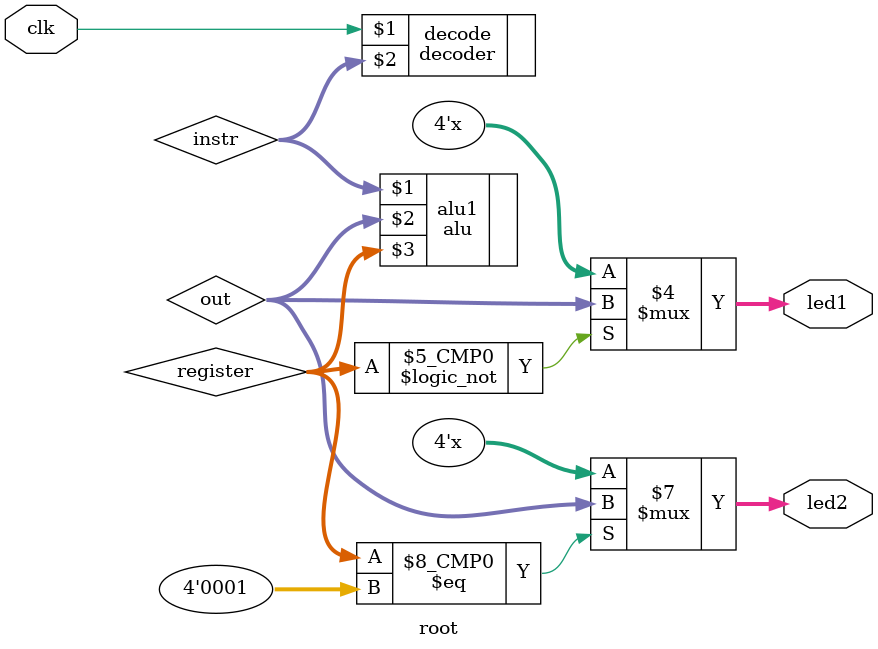
<source format=v>
`timescale 1ns / 1ps


module root(
    input clk,
    output [3:0] led1, led2
    );
    wire [15:0] instr;
    wire [3:0] out;
    wire [3:0] register;
    reg [3:0] led1;
    reg [3:0] led2;
    decoder decode(clk, instr);
    alu alu1(instr, out, register);
    always @(*) begin
        case (register)
        4'h0: led1 = out;
        4'h1: led2 = out;
        default;
        endcase
    end
endmodule

</source>
